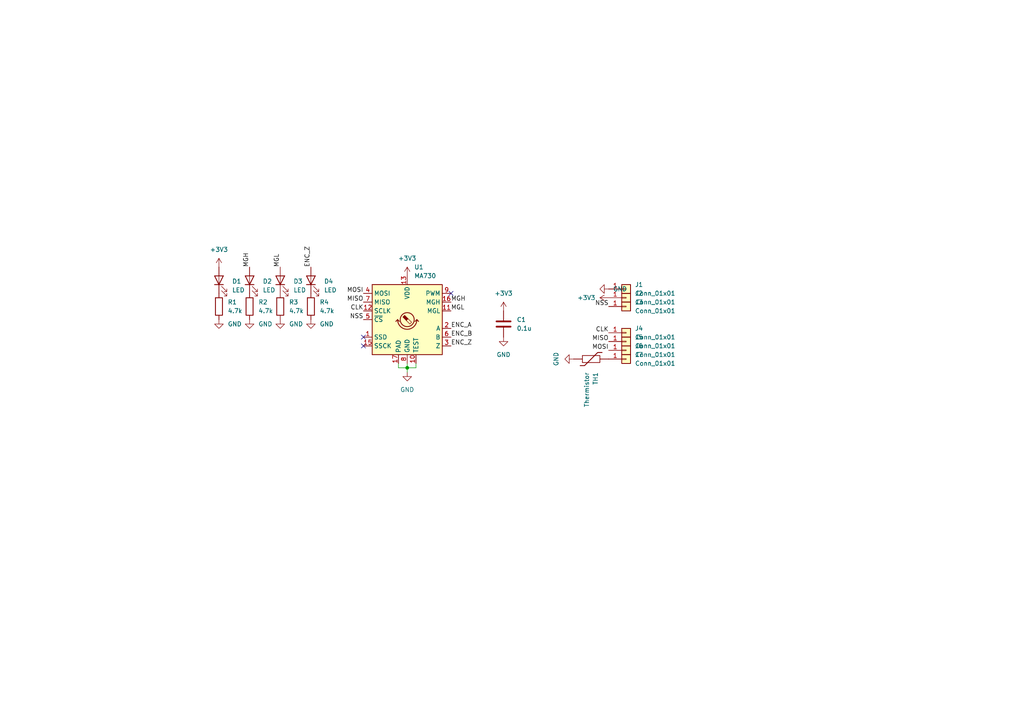
<source format=kicad_sch>
(kicad_sch (version 20211123) (generator eeschema)
  (paper "A4")
  (lib_symbols
    (symbol "Connector_Generic:Conn_01x01" (pin_names (offset 1.016) hide)
      (property "Reference" "J" (at 0 2.54 0))
      (property "Value" "Conn_01x01" (at 0 -2.54 0))
      (symbol "Conn_01x01_1_1"
        (rectangle (start -1.27 0.127) (end 0 -0.127) (stroke (width 0.1524)))
        (rectangle (start -1.27 1.27) (end 1.27 -1.27) (stroke (width 0.254)) (fill (type background)))
        (pin passive line (at -5.08 0 0) (length 3.81) (name "Pin_1") (number "1"))
      )
    )
    (symbol "Device:C" (pin_numbers hide) (pin_names (offset 0.254))
      (property "Reference" "C" (at 0.635 2.54 0))
      (property "Value" "C" (at 0.635 -2.54 0))
      (symbol "C_0_1"
        (polyline (pts (xy -2.032 -0.762) (xy 2.032 -0.762)) (stroke (width 0.508)))
        (polyline (pts (xy -2.032 0.762) (xy 2.032 0.762)) (stroke (width 0.508)))
      )
      (symbol "C_1_1"
        (pin passive line (at 0 3.81 270) (length 2.794) (name "~") (number "1"))
        (pin passive line (at 0 -3.81 90) (length 2.794) (name "~") (number "2"))
      )
    )
    (symbol "Device:LED" (pin_numbers hide) (pin_names (offset 1.016) hide)
      (property "Reference" "D" (at 0 2.54 0))
      (property "Value" "LED" (at 0 -2.54 0))
      (symbol "LED_0_1"
        (polyline (pts (xy -1.27 -1.27) (xy -1.27 1.27)) (stroke (width 0.254)))
        (polyline (pts (xy -1.27 0) (xy 1.27 0)))
        (polyline (pts (xy 1.27 -1.27) (xy 1.27 1.27) (xy -1.27 0) (xy 1.27 -1.27)) (stroke (width 0.254)))
        (polyline (pts (xy -3.048 -0.762) (xy -4.572 -2.286) (xy -3.81 -2.286) (xy -4.572 -2.286) (xy -4.572 -1.524)))
        (polyline (pts (xy -1.778 -0.762) (xy -3.302 -2.286) (xy -2.54 -2.286) (xy -3.302 -2.286) (xy -3.302 -1.524)))
      )
      (symbol "LED_1_1"
        (pin passive line (at -3.81 0 0) (length 2.54) (name "K") (number "1"))
        (pin passive line (at 3.81 0 180) (length 2.54) (name "A") (number "2"))
      )
    )
    (symbol "Device:R" (pin_numbers hide) (pin_names (offset 0))
      (property "Reference" "R" (at 2.032 0 90))
      (property "Value" "R" (at 0 0 90))
      (symbol "R_0_1"
        (rectangle (start -1.016 -2.54) (end 1.016 2.54) (stroke (width 0.254)))
      )
      (symbol "R_1_1"
        (pin passive line (at 0 3.81 270) (length 1.27) (name "~") (number "1"))
        (pin passive line (at 0 -3.81 90) (length 1.27) (name "~") (number "2"))
      )
    )
    (symbol "Device:Thermistor" (pin_numbers hide) (pin_names (offset 0))
      (property "Reference" "TH" (at 2.54 1.27 90))
      (property "Value" "Thermistor" (at -2.54 0 90))
      (symbol "Thermistor_0_1"
        (rectangle (start -1.016 2.54) (end 1.016 -2.54) (stroke (width 0.2032)))
        (polyline (pts (xy -1.905 3.175) (xy -1.905 1.905) (xy 1.905 -1.905) (xy 1.905 -3.175) (xy 1.905 -3.175)) (stroke (width 0.254)))
      )
      (symbol "Thermistor_1_1"
        (pin passive line (at 0 5.08 270) (length 2.54) (name "~") (number "1"))
        (pin passive line (at 0 -5.08 90) (length 2.54) (name "~") (number "2"))
      )
    )
    (symbol "Sensor_Magnetic:MA730"
      (property "Reference" "U" (at -10.16 11.43 0))
      (property "Value" "MA730" (at 10.16 11.43 0))
      (symbol "MA730_0_1"
        (rectangle (start -10.16 10.16) (end 10.16 -10.16) (stroke (width 0.254)) (fill (type background)))
        (arc (start -2.794 0) (mid 0 -2.794) (end 2.794 0) (stroke (width 0.254)))
        (polyline (pts (xy -2.794 0) (xy -3.302 -0.508)) (stroke (width 0.254)))
        (polyline (pts (xy -2.794 0) (xy -2.286 -0.508)) (stroke (width 0.254)))
        (polyline (pts (xy 2.794 0) (xy 2.286 -0.508)) (stroke (width 0.254)))
        (polyline (pts (xy 2.794 0) (xy 3.302 -0.508)) (stroke (width 0.254)))
      )
      (symbol "MA730_1_1"
        (polyline (pts (xy 0.254 0.254) (xy 1.27 -0.762) (xy 0.762 -1.27) (xy -0.254 -0.254)))
        (polyline (pts (xy -0.762 1.27) (xy 0.254 0.254) (xy -0.254 -0.254) (xy -1.27 0.762) (xy -1.016 1.016) (xy -0.762 1.27) (xy -0.635 1.143)) (fill (type outline)))
        (circle (center 0 0) (radius 2.032) (stroke (width 0.254)))
        (pin output line (at -12.7 -5.08 0) (length 2.54) (name "SSD") (number "1"))
        (pin passive line (at 2.54 -12.7 90) (length 2.54) (name "TEST") (number "10"))
        (pin output line (at 12.7 2.54 180) (length 2.54) (name "MGL") (number "11"))
        (pin input line (at -12.7 2.54 0) (length 2.54) (name "SCLK") (number "12"))
        (pin power_in line (at 0 12.7 270) (length 2.54) (name "VDD") (number "13"))
        (pin no_connect line (at 5.08 -10.16 90) (length 2.54) hide (name "NC") (number "14"))
        (pin input line (at -12.7 -7.62 0) (length 2.54) (name "SSCK") (number "15"))
        (pin output line (at 12.7 5.08 180) (length 2.54) (name "MGH") (number "16"))
        (pin input line (at -2.54 -12.7 90) (length 2.54) (name "PAD") (number "17"))
        (pin output line (at 12.7 -2.54 180) (length 2.54) (name "A") (number "2"))
        (pin output line (at 12.7 -7.62 180) (length 2.54) (name "Z") (number "3"))
        (pin input line (at -12.7 7.62 0) (length 2.54) (name "MOSI") (number "4"))
        (pin input line (at -12.7 0 0) (length 2.54) (name "~{CS}") (number "5"))
        (pin output line (at 12.7 -5.08 180) (length 2.54) (name "B") (number "6"))
        (pin output line (at -12.7 5.08 0) (length 2.54) (name "MISO") (number "7"))
        (pin power_in line (at 0 -12.7 90) (length 2.54) (name "GND") (number "8"))
        (pin output line (at 12.7 7.62 180) (length 2.54) (name "PWM") (number "9"))
      )
    )
    (symbol "power:+3.3V" (power) (pin_names (offset 0))
      (property "Value" "+3.3V" (at 0 3.556 0))
      (symbol "+3.3V_0_1"
        (polyline (pts (xy -0.762 1.27) (xy 0 2.54)))
        (polyline (pts (xy 0 0) (xy 0 2.54)))
        (polyline (pts (xy 0 2.54) (xy 0.762 1.27)))
      )
      (symbol "+3.3V_1_1"
        (pin power_in line (at 0 0 90) (length 0) hide (name "+3V3") (number "1"))
      )
    )
    (symbol "power:GND" (power) (pin_names (offset 0))
      (property "Value" "GND" (at 0 -3.81 0))
      (symbol "GND_0_1"
        (polyline (pts (xy 0 0) (xy 0 -1.27) (xy 1.27 -1.27) (xy 0 -2.54) (xy -1.27 -1.27) (xy 0 -1.27)))
      )
      (symbol "GND_1_1"
        (pin power_in line (at 0 0 270) (length 0) hide (name "GND") (number "1"))
      )
    )
  )
  (junction (at 118.11 106.68))
  (no_connect (at 105.41 100.33))
  (no_connect (at 130.81 85.09))
  (no_connect (at 105.41 97.79))
  (wire (pts (xy 120.65 106.68) (xy 120.65 105.41)))
  (wire (pts (xy 118.11 106.68) (xy 120.65 106.68)))
  (wire (pts (xy 115.57 105.41) (xy 115.57 106.68)))
  (wire (pts (xy 118.11 106.68) (xy 118.11 107.95)))
  (wire (pts (xy 115.57 106.68) (xy 118.11 106.68)))
  (wire (pts (xy 118.11 105.41) (xy 118.11 106.68)))
  (label "MOSI" (at 105.41 85.09 180))
  (label "NSS" (at 176.53 88.9 180))
  (label "ENC_B" (at 130.81 97.79 0))
  (label "MISO" (at 176.53 99.06 180))
  (label "MISO" (at 105.41 87.63 180))
  (label "MGL" (at 81.28 77.47 90))
  (label "MGH" (at 72.39 77.47 90))
  (label "MOSI" (at 176.53 101.6 180))
  (label "CLK" (at 105.41 90.17 180))
  (label "MGH" (at 130.81 87.63 0))
  (label "CLK" (at 176.53 96.52 180))
  (label "MGL" (at 130.81 90.17 0))
  (label "NSS" (at 105.41 92.71 180))
  (label "ENC_A" (at 130.81 95.25 0))
  (label "ENC_Z" (at 90.17 77.47 90))
  (label "ENC_Z" (at 130.81 100.33 0))
  (symbol (lib_id "power:GND") (at 81.28 92.71 0) (unit 1)
    (property "Reference" "#PWR04" (effects hide))
    (property "Value" "GND" (at 83.82 93.9799 0) (effects (justify left)))
  )
  (symbol (lib_id "Connector_Generic:Conn_01x01") (at 181.61 101.6 0) (unit 1)
    (property "Reference" "J6" (at 184.15 100.3299 0) (effects (justify left)))
    (property "Value" "Conn_01x01" (at 184.15 102.8699 0) (effects (justify left)))
    (property "Footprint" "user:WireSoldingPad" (effects hide))
  )
  (symbol (lib_id "Device:R") (at 72.39 88.9 0) (unit 1)
    (property "Reference" "R2" (at 74.93 87.6299 0) (effects (justify left)))
    (property "Value" "4.7k" (at 74.93 90.1699 0) (effects (justify left)))
    (property "Footprint" "Resistor_SMD:R_0603_1608Metric" (effects hide))
  )
  (symbol (lib_id "Device:LED") (at 81.28 81.28 90) (unit 1)
    (property "Reference" "D3" (at 85.09 81.5974 90) (effects (justify right)))
    (property "Value" "LED" (at 85.09 84.1374 90) (effects (justify right)))
    (property "Footprint" "LED_SMD:LED_0603_1608Metric" (effects hide))
  )
  (symbol (lib_id "Connector_Generic:Conn_01x01") (at 181.61 83.82 0) (unit 1)
    (property "Reference" "J1" (at 184.15 82.5499 0) (effects (justify left)))
    (property "Value" "Conn_01x01" (at 184.15 85.0899 0) (effects (justify left)))
    (property "Footprint" "user:WireSoldingPad" (effects hide))
  )
  (symbol (lib_id "Device:LED") (at 72.39 81.28 90) (unit 1)
    (property "Reference" "D2" (at 76.2 81.5974 90) (effects (justify right)))
    (property "Value" "LED" (at 76.2 84.1374 90) (effects (justify right)))
    (property "Footprint" "LED_SMD:LED_0603_1608Metric" (effects hide))
  )
  (symbol (lib_id "Device:R") (at 63.5 88.9 0) (unit 1)
    (property "Reference" "R1" (at 66.04 87.6299 0) (effects (justify left)))
    (property "Value" "4.7k" (at 66.04 90.1699 0) (effects (justify left)))
    (property "Footprint" "Resistor_SMD:R_0603_1608Metric" (effects hide))
  )
  (symbol (lib_id "Connector_Generic:Conn_01x01") (at 181.61 104.14 0) (unit 1)
    (property "Reference" "J7" (at 184.15 102.8699 0) (effects (justify left)))
    (property "Value" "Conn_01x01" (at 184.15 105.4099 0) (effects (justify left)))
    (property "Footprint" "user:WireSoldingPad" (effects hide))
  )
  (symbol (lib_id "Device:LED") (at 63.5 81.28 90) (unit 1)
    (property "Reference" "D1" (at 67.31 81.5974 90) (effects (justify right)))
    (property "Value" "LED" (at 67.31 84.1374 90) (effects (justify right)))
    (property "Footprint" "LED_SMD:LED_0603_1608Metric" (effects hide))
  )
  (symbol (lib_id "Device:LED") (at 90.17 81.28 90) (unit 1)
    (property "Reference" "D4" (at 93.98 81.5974 90) (effects (justify right)))
    (property "Value" "LED" (at 93.98 84.1374 90) (effects (justify right)))
    (property "Footprint" "LED_SMD:LED_0603_1608Metric" (effects hide))
  )
  (symbol (lib_id "Device:R") (at 81.28 88.9 0) (unit 1)
    (property "Reference" "R3" (at 83.82 87.6299 0) (effects (justify left)))
    (property "Value" "4.7k" (at 83.82 90.1699 0) (effects (justify left)))
    (property "Footprint" "Resistor_SMD:R_0603_1608Metric" (effects hide))
  )
  (symbol (lib_id "Device:R") (at 90.17 88.9 0) (unit 1)
    (property "Reference" "R4" (at 92.71 87.6299 0) (effects (justify left)))
    (property "Value" "4.7k" (at 92.71 90.1699 0) (effects (justify left)))
    (property "Footprint" "Resistor_SMD:R_0603_1608Metric" (effects hide))
  )
  (symbol (lib_id "power:GND") (at 90.17 92.71 0) (unit 1)
    (property "Reference" "#PWR05" (effects hide))
    (property "Value" "GND" (at 92.71 93.9799 0) (effects (justify left)))
  )
  (symbol (lib_id "Device:C") (at 146.05 93.98 0) (unit 1)
    (property "Reference" "C1" (at 149.86 92.7099 0) (effects (justify left)))
    (property "Value" "0.1u" (at 149.86 95.2499 0) (effects (justify left)))
    (property "Footprint" "Capacitor_SMD:C_0603_1608Metric" (effects hide))
  )
  (symbol (lib_id "Device:Thermistor") (at 171.45 104.14 270) (unit 1)
    (property "Reference" "TH1" (at 172.7201 107.95 0) (effects (justify left)))
    (property "Value" "Thermistor" (at 170.1801 107.95 0) (effects (justify left)))
    (property "Footprint" "Resistor_SMD:R_0603_1608Metric" (effects hide))
  )
  (symbol (lib_id "power:+3.3V") (at 146.05 90.17 0) (unit 1)
    (property "Reference" "#PWR08" (effects hide))
    (property "Value" "+3.3V" (at 146.05 85.09 0))
  )
  (symbol (lib_id "power:GND") (at 118.11 107.95 0) (unit 1)
    (property "Reference" "#PWR07" (effects hide))
    (property "Value" "GND" (at 118.11 113.03 0))
  )
  (symbol (lib_id "Connector_Generic:Conn_01x01") (at 181.61 96.52 0) (unit 1)
    (property "Reference" "J4" (at 184.15 95.2499 0) (effects (justify left)))
    (property "Value" "Conn_01x01" (at 184.15 97.7899 0) (effects (justify left)))
    (property "Footprint" "user:WireSoldingPad" (effects hide))
  )
  (symbol (lib_id "Sensor_Magnetic:MA730") (at 118.11 92.71 0) (unit 1)
    (property "Reference" "U1" (at 120.1294 77.47 0) (effects (justify left)))
    (property "Value" "MA730" (at 120.1294 80.01 0) (effects (justify left)))
    (property "Footprint" "Package_DFN_QFN:QFN-16-1EP_3x3mm_P0.5mm_EP1.7x1.7mm" (effects hide))
    (property "Datasheet" "https://www.monolithicpower.com/pub/media/document/m/a/ma730_r1.01.pdf" (effects hide))
  )
  (symbol (lib_id "power:GND") (at 72.39 92.71 0) (unit 1)
    (property "Reference" "#PWR03" (effects hide))
    (property "Value" "GND" (at 74.93 93.9799 0) (effects (justify left)))
  )
  (symbol (lib_id "power:+3.3V") (at 176.53 86.36 90) (unit 1)
    (property "Reference" "#PWR011" (effects hide))
    (property "Value" "+3.3V" (at 172.72 86.3599 90) (effects (justify left)))
  )
  (symbol (lib_id "power:+3.3V") (at 63.5 77.47 0) (unit 1)
    (property "Reference" "#PWR01" (effects hide))
    (property "Value" "+3.3V" (at 63.5 72.39 0))
  )
  (symbol (lib_id "power:GND") (at 166.37 104.14 270) (unit 1)
    (property "Reference" "#PWR012" (effects hide))
    (property "Value" "GND" (at 161.29 104.14 0))
  )
  (symbol (lib_id "power:GND") (at 146.05 97.79 0) (unit 1)
    (property "Reference" "#PWR09" (effects hide))
    (property "Value" "GND" (at 146.05 102.87 0))
  )
  (symbol (lib_id "Connector_Generic:Conn_01x01") (at 181.61 86.36 0) (unit 1)
    (property "Reference" "J2" (at 184.15 85.0899 0) (effects (justify left)))
    (property "Value" "Conn_01x01" (at 184.15 87.6299 0) (effects (justify left)))
    (property "Footprint" "user:WireSoldingPad" (effects hide))
  )
  (symbol (lib_id "power:GND") (at 176.53 83.82 270) (unit 1)
    (property "Reference" "#PWR010" (effects hide))
    (property "Value" "GND" (at 177.8 83.8199 90) (effects (justify left)))
  )
  (symbol (lib_id "Connector_Generic:Conn_01x01") (at 181.61 99.06 0) (unit 1)
    (property "Reference" "J5" (at 184.15 97.7899 0) (effects (justify left)))
    (property "Value" "Conn_01x01" (at 184.15 100.3299 0) (effects (justify left)))
    (property "Footprint" "user:WireSoldingPad" (effects hide))
  )
  (symbol (lib_id "power:+3.3V") (at 118.11 80.01 0) (unit 1)
    (property "Reference" "#PWR06" (effects hide))
    (property "Value" "+3.3V" (at 118.11 74.93 0))
  )
  (symbol (lib_id "Connector_Generic:Conn_01x01") (at 181.61 88.9 0) (unit 1)
    (property "Reference" "J3" (at 184.15 87.6299 0) (effects (justify left)))
    (property "Value" "Conn_01x01" (at 184.15 90.1699 0) (effects (justify left)))
    (property "Footprint" "user:WireSoldingPad" (effects hide))
  )
  (symbol (lib_id "power:GND") (at 63.5 92.71 0) (unit 1)
    (property "Reference" "#PWR02" (effects hide))
    (property "Value" "GND" (at 66.04 93.9799 0) (effects (justify left)))
  )
)
</source>
